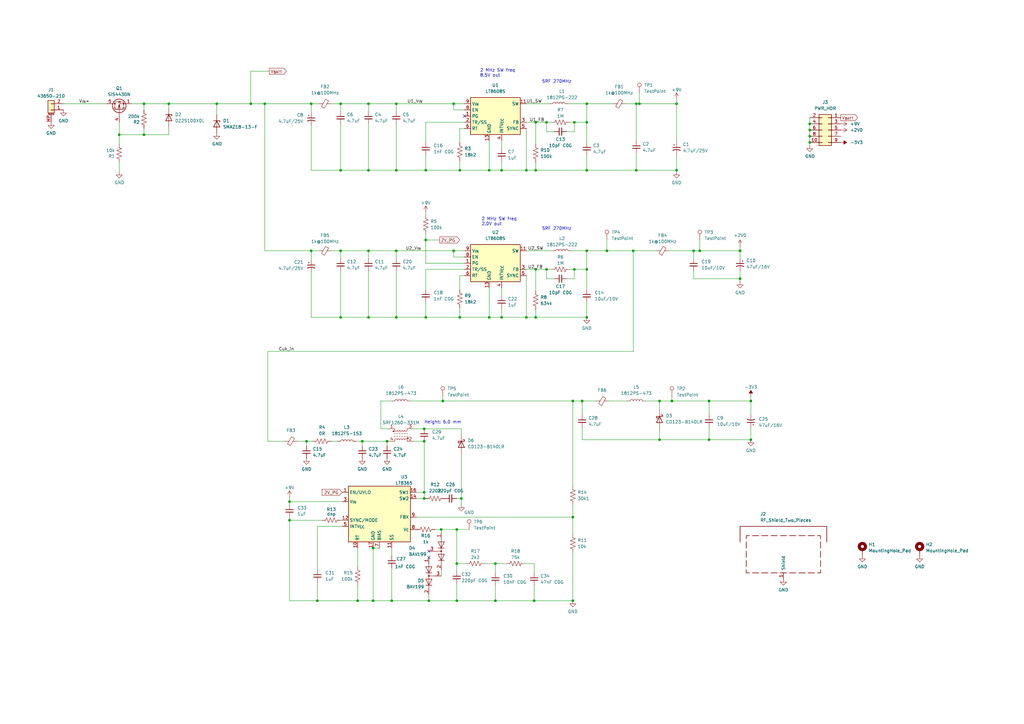
<source format=kicad_sch>
(kicad_sch (version 20230121) (generator eeschema)
  (paper "A3")
  (title_block (comment 1 "All nonpolarized capacitors X7R/X5R unless otherwise specified") (comment 2 "All polarized capacitors are size 1411 Tantalum"))
  (lib_symbols
    (symbol "Connector:TestPoint" (pin_numbers hide) (pin_names (offset 0.762) hide)
      (property "Reference" "TP" (at 0 6.858 0))
      (property "Value" "TestPoint" (at 0 5.08 0))
      (symbol "TestPoint_1_1"
        (pin passive line (at 0 0 90) (length 2.54) (name "1") (number "1"))
      )
    )
    (symbol "Connector_Generic:Conn_02x05_Odd_Even" (pin_names (offset 1.016) hide)
      (property "Reference" "J" (at 1.27 7.62 0))
      (property "Value" "Conn_02x05_Odd_Even" (at 1.27 -7.62 0))
      (symbol "Conn_02x05_Odd_Even_1_1"
        (pin passive line (at -5.08 5.08 0) (length 3.81) (name "Pin_1") (number "1"))
        (pin passive line (at 7.62 -5.08 180) (length 3.81) (name "Pin_10") (number "10"))
        (pin passive line (at 7.62 5.08 180) (length 3.81) (name "Pin_2") (number "2"))
        (pin passive line (at -5.08 2.54 0) (length 3.81) (name "Pin_3") (number "3"))
        (pin passive line (at 7.62 2.54 180) (length 3.81) (name "Pin_4") (number "4"))
        (pin passive line (at -5.08 0 0) (length 3.81) (name "Pin_5") (number "5"))
        (pin passive line (at 7.62 0 180) (length 3.81) (name "Pin_6") (number "6"))
        (pin passive line (at -5.08 -2.54 0) (length 3.81) (name "Pin_7") (number "7"))
        (pin passive line (at 7.62 -2.54 180) (length 3.81) (name "Pin_8") (number "8"))
        (pin passive line (at -5.08 -5.08 0) (length 3.81) (name "Pin_9") (number "9"))
      )
    )
    (symbol "Connector_Generic_MountingPin:Conn_01x02_MountingPin" (pin_names (offset 1.016) hide)
      (property "Reference" "J1" (at 0 5.715 0))
      (property "Value" "43650-210" (at 0 3.175 0))
      (symbol "Conn_01x02_MountingPin_1_1"
        (text "Mounting" (at 0 -4.191 0) (effects (font (size 0.381 0.381))))
        (pin passive line (at -5.08 -2.54 0) (length 3.81) (name "Pin_1") (number "1"))
        (pin passive line (at -5.08 0 0) (length 3.81) (name "Pin_2") (number "2"))
        (pin passive line (at 0 -7.62 90) (length 3.048) (name "MountPin") (number "MP"))
      )
    )
    (symbol "Device:CP1_Small" (pin_numbers hide) (pin_names (offset 0.254) hide)
      (property "Reference" "C" (at 0.254 1.778 0))
      (property "Value" "CP1_Small" (at 0.254 -2.032 0))
      (symbol "CP1_Small_1_1"
        (pin passive line (at 0 2.54 270) (length 2.032) (name "~") (number "1"))
        (pin passive line (at 0 -2.54 90) (length 2.032) (name "~") (number "2"))
      )
    )
    (symbol "Device:C_Small" (pin_numbers hide) (pin_names (offset 0.254) hide)
      (property "Reference" "C" (at 0.254 1.778 0))
      (property "Value" "C_Small" (at 0.254 -2.032 0))
      (symbol "C_Small_1_1"
        (pin passive line (at 0 2.54 270) (length 2.032) (name "~") (number "1"))
        (pin passive line (at 0 -2.54 90) (length 2.032) (name "~") (number "2"))
      )
    )
    (symbol "Device:Ferrite_Bead_Small" (pin_numbers hide) (pin_names (offset 0))
      (property "Reference" "FB" (at 1.905 1.27 0))
      (property "Value" "Ferrite_Bead_Small" (at 1.905 -1.27 0))
      (symbol "Ferrite_Bead_Small_1_1"
        (pin passive line (at 0 2.54 270) (length 1.27) (name "~") (number "1"))
        (pin passive line (at 0 -2.54 90) (length 1.27) (name "~") (number "2"))
      )
    )
    (symbol "Device:L" (pin_numbers hide) (pin_names (offset 1.016) hide)
      (property "Reference" "L" (at -1.27 0 90))
      (property "Value" "L" (at 1.905 0 90))
      (symbol "L_1_1"
        (pin passive line (at 0 3.81 270) (length 1.27) (name "1") (number "1"))
        (pin passive line (at 0 -3.81 90) (length 1.27) (name "2") (number "2"))
      )
    )
    (symbol "Device:L_Core_Ferrite_Coupled_rev" (pin_names (offset 0.254) hide)
      (property "Reference" "L4" (at 0 7.62 0))
      (property "Value" "SRF1260-331M" (at 0 5.08 0))
      (symbol "L_Core_Ferrite_Coupled_rev_1_1"
        (pin passive line (at -5.08 2.54 0) (length 2.54) (name "1") (number "1"))
        (pin passive line (at 5.08 -2.54 180) (length 2.54) (name "2") (number "2"))
        (pin passive line (at 5.08 2.54 180) (length 2.54) (name "3") (number "3"))
        (pin passive line (at -5.08 -2.54 0) (length 2.54) (name "4") (number "4"))
      )
    )
    (symbol "Device:RF_Shield_Two_Pieces" (pin_names (offset 1.016))
      (property "Reference" "J" (at 0 5.08 0))
      (property "Value" "RF_Shield_Two_Pieces" (at 0 2.54 0))
      (symbol "RF_Shield_Two_Pieces_1_1"
        (pin passive line (at 0 -10.16 90) (length 2.54) (name "Shield") (number "1"))
      )
    )
    (symbol "Device:R_US" (pin_numbers hide) (pin_names (offset 0))
      (property "Reference" "R" (at 2.54 0 90))
      (property "Value" "R_US" (at -2.54 0 90))
      (symbol "R_US_1_1"
        (pin passive line (at 0 3.81 270) (length 1.27) (name "~") (number "1"))
        (pin passive line (at 0 -3.81 90) (length 1.27) (name "~") (number "2"))
      )
    )
    (symbol "Diode:BAV99" (pin_names hide)
      (property "Reference" "D" (at 0 5.08 0))
      (property "Value" "BAV99" (at 0 2.54 0))
      (symbol "BAV99_1_1"
        (pin passive line (at -7.62 0 0) (length 2.54) (name "K") (number "1"))
        (pin passive line (at 7.62 0 180) (length 2.54) (name "A") (number "2"))
        (pin passive line (at 0 -5.08 90) (length 2.54) (name "K") (number "3"))
      )
    )
    (symbol "Diode:CD123-B140LR" (pin_numbers hide) (pin_names (offset 1.016) hide)
      (property "Reference" "D" (at 0 2.54 0))
      (property "Value" "CD123-B140LR" (at 0 -2.54 0))
      (symbol "CD123-B140LR_1_1"
        (pin passive line (at -3.81 0 0) (length 2.54) (name "K") (number "1"))
        (pin passive line (at 3.81 0 180) (length 2.54) (name "A") (number "2"))
      )
    )
    (symbol "Diode:DZ2S100X0L" (pin_numbers hide) (pin_names (offset 1.016) hide)
      (property "Reference" "D" (at 0 2.54 0))
      (property "Value" "DZ2S100X0L" (at 0 -2.54 0))
      (symbol "DZ2S100X0L_1_1"
        (pin passive line (at -3.81 0 0) (length 2.54) (name "K") (number "1"))
        (pin passive line (at 3.81 0 180) (length 2.54) (name "A") (number "2"))
      )
    )
    (symbol "Diode:MM3Zxx" (pin_numbers hide) (pin_names (offset 1.016) hide)
      (property "Reference" "D" (at 0 2.54 0))
      (property "Value" "MM3Zxx" (at 0 -2.54 0))
      (symbol "MM3Zxx_1_1"
        (pin passive line (at -3.81 0 0) (length 2.54) (name "K") (number "1"))
        (pin passive line (at 3.81 0 180) (length 2.54) (name "A") (number "2"))
      )
    )
    (symbol "Mechanical:MountingHole_Pad" (pin_numbers hide) (pin_names (offset 1.016) hide)
      (property "Reference" "H" (at 0 6.35 0))
      (property "Value" "MountingHole_Pad" (at 0 4.445 0))
      (symbol "MountingHole_Pad_1_1"
        (pin input line (at 0 -2.54 90) (length 2.54) (name "1") (number "1"))
      )
    )
    (symbol "Regulator_Switching:LT8365"
      (property "Reference" "U3" (at 10.16 3.81 0))
      (property "Value" "LT8365" (at 10.16 1.27 0))
      (symbol "LT8365_1_1"
        (pin input line (at -15.24 -2.54 0) (length 2.54) (name "EN/UVLO") (number "1"))
        (pin passive line (at -8.89 -25.4 90) (length 2.54) (name "RT") (number "10"))
        (pin passive line (at 5.08 -25.4 90) (length 2.54) (name "SS") (number "11"))
        (pin input line (at -15.24 -13.97 0) (length 2.54) (name "SYNC/MODE") (number "12"))
        (pin passive line (at 15.24 -5.08 180) (length 2.54) (name "SW2") (number "14"))
        (pin passive line (at 15.24 -2.54 180) (length 2.54) (name "SW1") (number "16"))
        (pin power_in line (at -2.54 -25.4 90) (length 2.54) (name "GND") (number "17"))
        (pin power_in line (at -15.24 -6.35 0) (length 2.54) (name "V_{IN}") (number "3"))
        (pin passive line (at -15.24 -16.51 0) (length 2.54) (name "INTV_{CC}") (number "5"))
        (pin no_connect line (at -12.7 -22.86 90) (length 2.54) hide (name "NC") (number "6"))
        (pin input line (at 0 -25.4 90) (length 2.54) (name "BIAS") (number "7"))
        (pin passive line (at 15.24 -17.78 180) (length 2.54) (name "V_{C}") (number "8"))
        (pin passive line (at 15.24 -12.7 180) (length 2.54) (name "FBX") (number "9"))
      )
    )
    (symbol "Regulator_Switching:LT8608S"
      (property "Reference" "U" (at -8.89 8.89 0))
      (property "Value" "LT8608S" (at 6.858 8.636 0))
      (symbol "LT8608S_1_1"
        (pin open_collector line (at -12.7 0 0) (length 2.54) (name "PG") (number "1"))
        (pin passive line (at -12.7 5.08 0) (length 2.54) hide (name "V_{IN}") (number "10"))
        (pin passive line (at 12.7 5.08 180) (length 2.54) (name "SW") (number "11"))
        (pin passive line (at 12.7 5.08 180) (length 2.54) hide (name "SW") (number "12"))
        (pin power_out line (at -2.54 -10.16 90) (length 2.54) (name "GND") (number "13"))
        (pin input line (at -12.7 -2.54 0) (length 2.54) (name "TR/SS") (number "2"))
        (pin input line (at 12.7 -2.54 180) (length 2.54) (name "FB") (number "3"))
        (pin passive line (at 2.54 -10.16 90) (length 2.54) (name "INTV_{CC}") (number "4"))
        (pin input line (at 12.7 -5.08 180) (length 2.54) (name "SYNC") (number "5"))
        (pin passive line (at -12.7 -5.08 0) (length 2.54) (name "RT") (number "6"))
        (pin passive line (at -2.54 -10.16 90) (length 2.54) hide (name "GND") (number "7"))
        (pin input line (at -12.7 2.54 0) (length 2.54) (name "EN") (number "8"))
        (pin power_in line (at -12.7 5.08 0) (length 2.54) (name "V_{IN}") (number "9"))
      )
    )
    (symbol "Transistor_FET:SiS443DN" (pin_names hide)
      (property "Reference" "Q" (at 5.08 1.905 0))
      (property "Value" "SiS443DN" (at 5.08 0 0))
      (symbol "SiS443DN_1_1"
        (pin passive line (at 2.54 -5.08 90) (length 2.54) (name "S") (number "1"))
        (pin passive line (at 2.54 -5.08 90) (length 2.54) hide (name "S") (number "2"))
        (pin passive line (at 2.54 -5.08 90) (length 2.54) hide (name "S") (number "3"))
        (pin passive line (at -5.08 0 0) (length 2.54) (name "G") (number "4"))
        (pin passive line (at 2.54 5.08 270) (length 2.54) (name "D") (number "5"))
      )
    )
    (symbol "power:+2V0" (power) (pin_names (offset 0))
      (property "Value" "+2V0" (at 0 3.556 0))
      (symbol "+2V0_1_1"
        (pin power_in line (at 0 0 90) (length 0) hide (name "+2V0") (number "1"))
      )
    )
    (symbol "power:+9V" (power) (pin_names (offset 0))
      (property "Value" "+9V" (at 0 3.556 0))
      (symbol "+9V_1_1"
        (pin power_in line (at 0 0 90) (length 0) hide (name "+9V") (number "1"))
      )
    )
    (symbol "power:-3V3" (power) (pin_names (offset 0))
      (property "Value" "-3V3" (at 0 3.81 0))
      (symbol "-3V3_0_0"
        (pin power_in line (at 0 0 90) (length 0) hide (name "-3V3") (number "1"))
      )
    )
    (symbol "power:GND" (power) (pin_names (offset 0))
      (property "Value" "GND" (at 0 -3.81 0))
      (symbol "GND_1_1"
        (pin power_in line (at 0 0 270) (length 0) hide (name "GND") (number "1"))
      )
    )
  )
  (junction (at 215.9 130.175))
  (junction (at 332.105 50.8))
  (junction (at 240.665 102.87))
  (junction (at 234.95 212.09))
  (junction (at 151.13 130.175))
  (junction (at 139.7 130.175))
  (junction (at 187.325 246.38))
  (junction (at 224.155 50.165))
  (junction (at 173.99 204.47))
  (junction (at 187.325 231.14))
  (junction (at 59.055 42.545))
  (junction (at 332.105 55.88))
  (junction (at 186.055 42.545))
  (junction (at 219.71 130.175))
  (junction (at 332.105 58.42))
  (junction (at 248.92 102.87))
  (junction (at 240.665 69.85))
  (junction (at 203.2 231.14))
  (junction (at 127.635 102.87))
  (junction (at 173.99 201.93))
  (junction (at 162.56 130.175))
  (junction (at 238.76 164.465))
  (junction (at 303.53 102.87))
  (junction (at 219.71 50.165))
  (junction (at 181.61 164.465))
  (junction (at 153.035 224.79))
  (junction (at 59.055 55.245))
  (junction (at 139.7 42.545))
  (junction (at 200.66 130.175))
  (junction (at 290.83 164.465))
  (junction (at 151.13 102.87))
  (junction (at 187.325 217.17))
  (junction (at 287.02 102.87))
  (junction (at 88.9 42.545))
  (junction (at 219.71 69.85))
  (junction (at 125.73 180.975))
  (junction (at 259.715 102.87))
  (junction (at 130.175 246.38))
  (junction (at 240.665 130.175))
  (junction (at 215.9 69.85))
  (junction (at 240.665 110.49))
  (junction (at 234.95 164.465))
  (junction (at 235.585 110.49))
  (junction (at 148.59 180.975))
  (junction (at 290.83 180.34))
  (junction (at 139.7 69.85))
  (junction (at 151.13 42.545))
  (junction (at 188.595 69.85))
  (junction (at 118.745 205.74))
  (junction (at 188.595 130.175))
  (junction (at 102.87 42.545))
  (junction (at 127.635 42.545))
  (junction (at 235.585 50.165))
  (junction (at 146.685 246.38))
  (junction (at 219.71 110.49))
  (junction (at 234.95 246.38))
  (junction (at 303.53 114.3))
  (junction (at 162.56 69.85))
  (junction (at 277.495 69.85))
  (junction (at 175.895 246.38))
  (junction (at 240.665 50.165))
  (junction (at 180.975 217.17))
  (junction (at 162.56 102.87))
  (junction (at 307.975 180.34))
  (junction (at 270.51 164.465))
  (junction (at 307.975 164.465))
  (junction (at 160.655 246.38))
  (junction (at 260.985 42.545))
  (junction (at 151.13 69.85))
  (junction (at 277.495 42.545))
  (junction (at 262.255 42.545))
  (junction (at 205.74 130.175))
  (junction (at 153.035 246.38))
  (junction (at 173.99 180.975))
  (junction (at 173.99 175.895))
  (junction (at 118.745 213.36))
  (junction (at 205.74 69.85))
  (junction (at 174.625 98.425))
  (junction (at 158.75 180.975))
  (junction (at 270.51 180.34))
  (junction (at 162.56 42.545))
  (junction (at 260.985 69.85))
  (junction (at 174.625 130.175))
  (junction (at 186.055 102.87))
  (junction (at 284.48 102.87))
  (junction (at 139.7 102.87))
  (junction (at 240.665 42.545))
  (junction (at 108.585 42.545))
  (junction (at 332.105 53.34))
  (junction (at 189.23 204.47))
  (junction (at 69.215 42.545))
  (junction (at 219.075 246.38))
  (junction (at 200.66 69.85))
  (junction (at 174.625 69.85))
  (junction (at 48.895 55.245))
  (junction (at 224.155 110.49))
  (junction (at 275.59 164.465))
  (junction (at 203.2 246.38))
  (no_connect (at 175.895 226.06))
  (no_connect (at 190.5 47.625))
  (no_connect (at 175.895 228.6))
  (wire (pts (xy 240.665 42.545) (xy 233.045 42.545)))
  (wire (pts (xy 125.73 180.975) (xy 128.27 180.975)))
  (wire (pts (xy 287.02 98.425) (xy 287.02 102.87)))
  (wire (pts (xy 219.075 231.14) (xy 219.075 234.95)))
  (wire (pts (xy 190.5 45.085) (xy 186.055 45.085)))
  (wire (pts (xy 151.13 69.85) (xy 162.56 69.85)))
  (wire (pts (xy 219.71 50.165) (xy 219.71 59.055)))
  (wire (pts (xy 249.555 164.465) (xy 257.175 164.465)))
  (wire (pts (xy 162.56 130.175) (xy 162.56 111.125)))
  (wire (pts (xy 205.74 126.365) (xy 205.74 130.175)))
  (wire (pts (xy 284.48 106.045) (xy 284.48 102.87)))
  (wire (pts (xy 198.755 231.14) (xy 203.2 231.14)))
  (wire (pts (xy 215.9 110.49) (xy 219.71 110.49)))
  (wire (pts (xy 219.71 66.675) (xy 219.71 69.85)))
  (wire (pts (xy 186.055 42.545) (xy 190.5 42.545)))
  (wire (pts (xy 260.985 42.545) (xy 260.985 57.785)))
  (wire (pts (xy 118.745 213.36) (xy 132.08 213.36)))
  (wire (pts (xy 118.745 212.09) (xy 118.745 213.36)))
  (wire (pts (xy 187.325 246.38) (xy 203.2 246.38)))
  (wire (pts (xy 59.055 42.545) (xy 53.975 42.545)))
  (wire (pts (xy 303.53 102.87) (xy 303.53 106.045)))
  (wire (pts (xy 135.89 42.545) (xy 139.7 42.545)))
  (wire (pts (xy 187.325 231.14) (xy 187.325 234.315)))
  (wire (pts (xy 151.13 69.85) (xy 151.13 50.8)))
  (wire (pts (xy 251.46 42.545) (xy 240.665 42.545)))
  (wire (pts (xy 186.055 45.085) (xy 186.055 42.545)))
  (wire (pts (xy 187.325 239.395) (xy 187.325 246.38)))
  (wire (pts (xy 175.895 243.84) (xy 175.895 246.38)))
  (wire (pts (xy 181.61 164.465) (xy 234.95 164.465)))
  (wire (pts (xy 151.13 42.545) (xy 162.56 42.545)))
  (wire (pts (xy 175.895 246.38) (xy 187.325 246.38)))
  (wire (pts (xy 178.435 217.17) (xy 180.975 217.17)))
  (wire (pts (xy 118.745 205.74) (xy 140.335 205.74)))
  (wire (pts (xy 235.585 114.3) (xy 235.585 110.49)))
  (wire (pts (xy 169.545 180.975) (xy 173.99 180.975)))
  (wire (pts (xy 173.99 180.975) (xy 173.99 201.93)))
  (wire (pts (xy 118.745 203.835) (xy 118.745 205.74)))
  (wire (pts (xy 189.23 204.47) (xy 189.23 207.01)))
  (wire (pts (xy 146.685 246.38) (xy 146.685 240.03)))
  (wire (pts (xy 277.495 70.485) (xy 277.495 69.85)))
  (wire (pts (xy 69.215 55.245) (xy 69.215 52.07)))
  (wire (pts (xy 332.105 48.26) (xy 332.105 50.8)))
  (wire (pts (xy 170.815 204.47) (xy 173.99 204.47)))
  (wire (pts (xy 219.71 69.85) (xy 240.665 69.85)))
  (wire (pts (xy 174.625 110.49) (xy 190.5 110.49)))
  (wire (pts (xy 162.56 106.045) (xy 162.56 102.87)))
  (wire (pts (xy 190.5 52.705) (xy 188.595 52.705)))
  (wire (pts (xy 224.155 110.49) (xy 226.06 110.49)))
  (wire (pts (xy 270.51 164.465) (xy 275.59 164.465)))
  (wire (pts (xy 270.51 175.895) (xy 270.51 180.34)))
  (wire (pts (xy 59.055 52.705) (xy 59.055 55.245)))
  (wire (pts (xy 235.585 110.49) (xy 240.665 110.49)))
  (wire (pts (xy 260.985 42.545) (xy 256.54 42.545)))
  (wire (pts (xy 307.975 175.26) (xy 307.975 180.34)))
  (wire (pts (xy 162.56 42.545) (xy 186.055 42.545)))
  (wire (pts (xy 332.105 58.42) (xy 332.105 59.69)))
  (wire (pts (xy 275.59 162.56) (xy 275.59 164.465)))
  (wire (pts (xy 174.625 86.995) (xy 174.625 88.265)))
  (wire (pts (xy 130.175 215.9) (xy 140.335 215.9)))
  (wire (pts (xy 174.625 95.885) (xy 174.625 98.425)))
  (wire (pts (xy 240.665 69.85) (xy 260.985 69.85)))
  (wire (pts (xy 153.035 224.79) (xy 155.575 224.79)))
  (wire (pts (xy 219.71 127) (xy 219.71 130.175)))
  (wire (pts (xy 139.7 130.175) (xy 127.635 130.175)))
  (wire (pts (xy 226.695 102.87) (xy 215.9 102.87)))
  (wire (pts (xy 48.895 55.245) (xy 48.895 50.165)))
  (wire (pts (xy 303.53 100.965) (xy 303.53 102.87)))
  (wire (pts (xy 215.9 113.03) (xy 215.9 130.175)))
  (wire (pts (xy 102.87 42.545) (xy 102.87 29.21)))
  (wire (pts (xy 188.595 52.705) (xy 188.595 58.42)))
  (wire (pts (xy 284.48 111.125) (xy 284.48 114.3)))
  (wire (pts (xy 284.48 102.87) (xy 274.32 102.87)))
  (wire (pts (xy 215.9 42.545) (xy 225.425 42.545)))
  (wire (pts (xy 180.975 217.17) (xy 187.325 217.17)))
  (wire (pts (xy 332.105 53.34) (xy 332.105 55.88)))
  (wire (pts (xy 139.7 45.72) (xy 139.7 42.545)))
  (wire (pts (xy 234.95 164.465) (xy 234.95 199.39)))
  (wire (pts (xy 26.035 42.545) (xy 43.815 42.545)))
  (wire (pts (xy 238.76 180.34) (xy 270.51 180.34)))
  (wire (pts (xy 160.655 233.045) (xy 160.655 246.38)))
  (wire (pts (xy 307.975 164.465) (xy 307.975 170.18)))
  (wire (pts (xy 275.59 164.465) (xy 290.83 164.465)))
  (wire (pts (xy 186.055 102.87) (xy 190.5 102.87)))
  (wire (pts (xy 162.56 69.85) (xy 162.56 50.8)))
  (wire (pts (xy 303.53 114.3) (xy 303.53 115.57)))
  (wire (pts (xy 139.7 69.85) (xy 139.7 50.8)))
  (wire (pts (xy 173.99 175.895) (xy 189.23 175.895)))
  (wire (pts (xy 215.9 50.165) (xy 219.71 50.165)))
  (wire (pts (xy 59.055 55.245) (xy 48.895 55.245)))
  (wire (pts (xy 260.985 62.865) (xy 260.985 69.85)))
  (wire (pts (xy 277.495 42.545) (xy 262.255 42.545)))
  (wire (pts (xy 181.61 162.56) (xy 181.61 164.465)))
  (wire (pts (xy 238.76 164.465) (xy 244.475 164.465)))
  (wire (pts (xy 215.9 52.705) (xy 215.9 69.85)))
  (wire (pts (xy 277.495 42.545) (xy 277.495 58.42)))
  (wire (pts (xy 219.71 110.49) (xy 224.155 110.49)))
  (wire (pts (xy 125.73 182.88) (xy 125.73 180.975)))
  (wire (pts (xy 332.105 50.8) (xy 332.105 53.34)))
  (wire (pts (xy 190.5 105.41) (xy 186.055 105.41)))
  (wire (pts (xy 200.66 69.85) (xy 205.74 69.85)))
  (wire (pts (xy 232.41 53.975) (xy 235.585 53.975)))
  (wire (pts (xy 224.155 53.975) (xy 227.33 53.975)))
  (wire (pts (xy 48.895 59.055) (xy 48.895 55.245)))
  (wire (pts (xy 200.66 130.175) (xy 205.74 130.175)))
  (wire (pts (xy 139.7 213.36) (xy 140.335 213.36)))
  (wire (pts (xy 240.665 58.42) (xy 240.665 50.165)))
  (wire (pts (xy 188.595 113.03) (xy 188.595 118.745)))
  (wire (pts (xy 284.48 114.3) (xy 303.53 114.3)))
  (wire (pts (xy 187.325 204.47) (xy 189.23 204.47)))
  (wire (pts (xy 259.715 144.145) (xy 259.715 102.87)))
  (wire (pts (xy 59.055 42.545) (xy 59.055 45.085)))
  (wire (pts (xy 174.625 107.95) (xy 190.5 107.95)))
  (wire (pts (xy 264.795 164.465) (xy 270.51 164.465)))
  (wire (pts (xy 108.585 42.545) (xy 127.635 42.545)))
  (wire (pts (xy 130.175 246.38) (xy 130.175 238.76)))
  (wire (pts (xy 215.9 69.85) (xy 205.74 69.85)))
  (wire (pts (xy 219.075 240.03) (xy 219.075 246.38)))
  (wire (pts (xy 287.02 102.87) (xy 284.48 102.87)))
  (wire (pts (xy 235.585 53.975) (xy 235.585 50.165)))
  (wire (pts (xy 233.68 110.49) (xy 235.585 110.49)))
  (wire (pts (xy 240.665 63.5) (xy 240.665 69.85)))
  (wire (pts (xy 127.635 46.355) (xy 127.635 42.545)))
  (wire (pts (xy 169.545 175.895) (xy 173.99 175.895)))
  (wire (pts (xy 118.745 213.36) (xy 118.745 246.38)))
  (wire (pts (xy 69.215 44.45) (xy 69.215 42.545)))
  (wire (pts (xy 146.05 180.975) (xy 148.59 180.975)))
  (wire (pts (xy 174.625 130.175) (xy 162.56 130.175)))
  (wire (pts (xy 234.95 226.695) (xy 234.95 246.38)))
  (wire (pts (xy 224.155 110.49) (xy 224.155 114.3)))
  (wire (pts (xy 290.83 175.26) (xy 290.83 180.34)))
  (wire (pts (xy 290.83 180.34) (xy 307.975 180.34)))
  (wire (pts (xy 203.2 246.38) (xy 219.075 246.38)))
  (wire (pts (xy 233.68 50.165) (xy 235.585 50.165)))
  (wire (pts (xy 248.92 98.425) (xy 248.92 102.87)))
  (wire (pts (xy 232.41 114.3) (xy 235.585 114.3)))
  (wire (pts (xy 203.2 231.14) (xy 207.645 231.14)))
  (wire (pts (xy 146.685 232.41) (xy 146.685 224.79)))
  (wire (pts (xy 174.625 98.425) (xy 174.625 107.95)))
  (wire (pts (xy 188.595 66.04) (xy 188.595 69.85)))
  (wire (pts (xy 127.635 111.76) (xy 127.635 130.175)))
  (wire (pts (xy 139.7 42.545) (xy 151.13 42.545)))
  (wire (pts (xy 116.84 180.975) (xy 109.855 180.975)))
  (wire (pts (xy 187.325 217.17) (xy 187.325 231.14)))
  (wire (pts (xy 127.635 102.87) (xy 130.81 102.87)))
  (wire (pts (xy 148.59 182.88) (xy 148.59 180.975)))
  (wire (pts (xy 203.2 240.03) (xy 203.2 246.38)))
  (wire (pts (xy 151.13 130.175) (xy 162.56 130.175)))
  (wire (pts (xy 240.665 102.87) (xy 248.92 102.87)))
  (wire (pts (xy 219.71 130.175) (xy 215.9 130.175)))
  (wire (pts (xy 269.24 102.87) (xy 259.715 102.87)))
  (wire (pts (xy 240.665 123.825) (xy 240.665 130.175)))
  (wire (pts (xy 188.595 130.175) (xy 174.625 130.175)))
  (wire (pts (xy 224.155 50.165) (xy 226.06 50.165)))
  (wire (pts (xy 139.7 69.85) (xy 151.13 69.85)))
  (wire (pts (xy 158.75 182.88) (xy 158.75 180.975)))
  (wire (pts (xy 205.74 66.04) (xy 205.74 69.85)))
  (wire (pts (xy 240.665 102.87) (xy 234.315 102.87)))
  (wire (pts (xy 205.74 118.11) (xy 205.74 121.285)))
  (wire (pts (xy 188.595 130.175) (xy 200.66 130.175)))
  (wire (pts (xy 238.76 175.26) (xy 238.76 180.34)))
  (wire (pts (xy 303.53 111.125) (xy 303.53 114.3)))
  (wire (pts (xy 240.665 118.745) (xy 240.665 110.49)))
  (wire (pts (xy 190.5 113.03) (xy 188.595 113.03)))
  (wire (pts (xy 130.175 233.68) (xy 130.175 215.9)))
  (wire (pts (xy 234.95 164.465) (xy 238.76 164.465)))
  (wire (pts (xy 174.625 69.85) (xy 162.56 69.85)))
  (wire (pts (xy 240.665 110.49) (xy 240.665 102.87)))
  (wire (pts (xy 332.105 55.88) (xy 332.105 58.42)))
  (wire (pts (xy 151.13 106.045) (xy 151.13 102.87)))
  (wire (pts (xy 219.71 110.49) (xy 219.71 119.38)))
  (wire (pts (xy 168.275 164.465) (xy 181.61 164.465)))
  (wire (pts (xy 219.075 246.38) (xy 234.95 246.38)))
  (wire (pts (xy 109.855 144.145) (xy 259.715 144.145)))
  (wire (pts (xy 139.7 69.85) (xy 127.635 69.85)))
  (wire (pts (xy 109.855 180.975) (xy 109.855 144.145)))
  (wire (pts (xy 148.59 180.975) (xy 158.75 180.975)))
  (wire (pts (xy 121.92 180.975) (xy 125.73 180.975)))
  (wire (pts (xy 224.155 50.165) (xy 224.155 53.975)))
  (wire (pts (xy 88.9 42.545) (xy 88.9 46.99)))
  (wire (pts (xy 205.74 57.785) (xy 205.74 60.96)))
  (wire (pts (xy 127.635 102.87) (xy 108.585 102.87)))
  (wire (pts (xy 219.71 50.165) (xy 224.155 50.165)))
  (wire (pts (xy 127.635 69.85) (xy 127.635 51.435)))
  (wire (pts (xy 59.055 55.245) (xy 69.215 55.245)))
  (wire (pts (xy 188.595 126.365) (xy 188.595 130.175)))
  (wire (pts (xy 174.625 204.47) (xy 173.99 204.47)))
  (wire (pts (xy 188.595 69.85) (xy 200.66 69.85)))
  (wire (pts (xy 174.625 58.42) (xy 174.625 50.165)))
  (wire (pts (xy 139.7 106.045) (xy 139.7 102.87)))
  (wire (pts (xy 135.89 180.975) (xy 138.43 180.975)))
  (wire (pts (xy 174.625 50.165) (xy 190.5 50.165)))
  (wire (pts (xy 189.23 186.055) (xy 189.23 204.47)))
  (wire (pts (xy 235.585 50.165) (xy 240.665 50.165)))
  (wire (pts (xy 215.265 231.14) (xy 219.075 231.14)))
  (wire (pts (xy 238.76 170.18) (xy 238.76 164.465)))
  (wire (pts (xy 160.655 246.38) (xy 175.895 246.38)))
  (wire (pts (xy 146.685 246.38) (xy 153.035 246.38)))
  (wire (pts (xy 180.975 233.68) (xy 180.975 236.22)))
  (wire (pts (xy 219.71 69.85) (xy 215.9 69.85)))
  (wire (pts (xy 174.625 69.85) (xy 174.625 63.5)))
  (wire (pts (xy 180.975 217.17) (xy 180.975 218.44)))
  (wire (pts (xy 189.23 178.435) (xy 189.23 175.895)))
  (wire (pts (xy 135.89 102.87) (xy 139.7 102.87)))
  (wire (pts (xy 219.71 130.175) (xy 240.665 130.175)))
  (wire (pts (xy 151.13 130.175) (xy 151.13 111.125)))
  (wire (pts (xy 277.495 63.5) (xy 277.495 69.85)))
  (wire (pts (xy 174.625 98.425) (xy 180.34 98.425)))
  (wire (pts (xy 187.325 231.14) (xy 191.135 231.14)))
  (wire (pts (xy 240.665 50.165) (xy 240.665 42.545)))
  (wire (pts (xy 69.215 42.545) (xy 88.9 42.545)))
  (wire (pts (xy 146.685 246.38) (xy 130.175 246.38)))
  (wire (pts (xy 234.95 212.09) (xy 170.815 212.09)))
  (wire (pts (xy 151.13 102.87) (xy 162.56 102.87)))
  (wire (pts (xy 234.95 212.09) (xy 234.95 219.075)))
  (wire (pts (xy 262.255 38.1) (xy 262.255 42.545)))
  (wire (pts (xy 151.13 45.72) (xy 151.13 42.545)))
  (wire (pts (xy 186.055 105.41) (xy 186.055 102.87)))
  (wire (pts (xy 270.51 180.34) (xy 290.83 180.34)))
  (wire (pts (xy 156.21 164.465) (xy 160.655 164.465)))
  (wire (pts (xy 203.2 231.14) (xy 203.2 234.95)))
  (wire (pts (xy 162.56 102.87) (xy 186.055 102.87)))
  (wire (pts (xy 192.405 217.17) (xy 187.325 217.17)))
  (wire (pts (xy 290.83 164.465) (xy 307.975 164.465)))
  (wire (pts (xy 262.255 42.545) (xy 260.985 42.545)))
  (wire (pts (xy 127.635 102.87) (xy 127.635 106.68)))
  (wire (pts (xy 188.595 69.85) (xy 174.625 69.85)))
  (wire (pts (xy 290.83 164.465) (xy 290.83 170.18)))
  (wire (pts (xy 102.87 29.21) (xy 110.49 29.21)))
  (wire (pts (xy 248.92 102.87) (xy 259.715 102.87)))
  (wire (pts (xy 156.21 175.895) (xy 156.21 164.465)))
  (wire (pts (xy 108.585 42.545) (xy 108.585 102.87)))
  (wire (pts (xy 173.99 201.93) (xy 170.815 201.93)))
  (wire (pts (xy 174.625 118.745) (xy 174.625 110.49)))
  (wire (pts (xy 224.155 114.3) (xy 227.33 114.3)))
  (wire (pts (xy 48.895 70.485) (xy 48.895 66.675)))
  (wire (pts (xy 215.9 130.175) (xy 205.74 130.175)))
  (wire (pts (xy 159.385 175.895) (xy 156.21 175.895)))
  (wire (pts (xy 260.985 69.85) (xy 277.495 69.85)))
  (wire (pts (xy 200.66 130.175) (xy 200.66 118.11)))
  (wire (pts (xy 69.215 42.545) (xy 59.055 42.545)))
  (wire (pts (xy 153.035 224.79) (xy 153.035 246.38)))
  (wire (pts (xy 307.975 162.56) (xy 307.975 164.465)))
  (wire (pts (xy 234.95 207.01) (xy 234.95 212.09)))
  (wire (pts (xy 139.7 102.87) (xy 151.13 102.87)))
  (wire (pts (xy 102.87 42.545) (xy 108.585 42.545)))
  (wire (pts (xy 303.53 102.87) (xy 287.02 102.87)))
  (wire (pts (xy 118.745 207.01) (xy 118.745 205.74)))
  (wire (pts (xy 127.635 42.545) (xy 130.81 42.545)))
  (wire (pts (xy 174.625 130.175) (xy 174.625 123.825)))
  (wire (pts (xy 139.7 130.175) (xy 139.7 111.125)))
  (wire (pts (xy 88.9 42.545) (xy 102.87 42.545)))
  (wire (pts (xy 160.655 224.79) (xy 160.655 227.965)))
  (wire (pts (xy 173.99 204.47) (xy 173.99 201.93)))
  (wire (pts (xy 139.7 130.175) (xy 151.13 130.175)))
  (wire (pts (xy 118.745 246.38) (xy 130.175 246.38)))
  (wire (pts (xy 200.66 69.85) (xy 200.66 57.785)))
  (wire (pts (xy 270.51 164.465) (xy 270.51 168.275)))
  (wire (pts (xy 277.495 40.64) (xy 277.495 42.545)))
  (wire (pts (xy 162.56 45.72) (xy 162.56 42.545)))
  (wire (pts (xy 153.035 246.38) (xy 160.655 246.38)))
  (wire (pts (xy 158.75 180.975) (xy 159.385 180.975)))
  (text "Height: 6.0 mm" (at 173.99 173.99 0) (effects (font (size 1.27 1.27)) (justify left bottom)))
  (text "SRF 270MHz" (at 222.25 34.29 0) (effects (font (size 1.27 1.27)) (justify left bottom)))
  (text "2 MHz SW freq\n8.5V out" (at 196.85 31.75 0) (effects (font (size 1.27 1.27)) (justify left bottom)))
  (text "SRF 270MHz" (at 222.25 94.615 0) (effects (font (size 1.27 1.27)) (justify left bottom)))
  (text "2 MHz SW freq\n2.0V out" (at 197.485 92.71 0) (effects (font (size 1.27 1.27)) (justify left bottom)))
  (label "U1_FB" (at 217.17 50.165 0))
  (label "U2_FB" (at 216.535 110.49 0))
  (label "V_{IN}+" (at 32.385 42.545 0))
  (label "U2_V_{IN}" (at 166.37 102.87 0))
  (label "U2_SW" (at 216.535 102.87 0))
  (label "Cuk_in" (at 114.3 144.145 0))
  (label "U1_V_{IN}" (at 167.005 42.545 0))
  (label "U1_SW" (at 215.9 42.545 0))
  (global_label "V_{BATT}" (shape output) (at 344.805 48.26 0) (property "Intersheetrefs" "${INTERSHEET_REFS}" (effects hide)))
  (global_label "V_{BATT}" (shape output) (at 110.49 29.21 0) (property "Intersheetrefs" "${INTERSHEET_REFS}" (effects hide)))
  (global_label "2V_PG" (shape input) (at 140.335 201.93 180) (property "Intersheetrefs" "${INTERSHEET_REFS}" (effects hide)))
  (global_label "2V_PG" (shape output) (at 180.34 98.425 0) (property "Intersheetrefs" "${INTERSHEET_REFS}" (effects hide)))
  (symbol (lib_id "Device:Ferrite_Bead_Small") (at 271.78 102.87 90) (unit 1)
    (property "Reference" "FB4" (at 271.7419 96.52 90))
    (property "Value" "1k@100MHz" (at 271.7419 99.06 90))
    (property "Footprint" "Inductor_SMD:L_1206_3216Metric" (effects hide))
    (property "Part Number" "HZ1206D102R-10" (effects hide))
  )
  (symbol (lib_id "Device:C_Small") (at 158.75 185.42 0) (unit 1)
    (property "Reference" "C24" (at 161.29 184.1563 0) (effects (justify left)))
    (property "Value" "4.7uF" (at 161.29 186.6963 0) (effects (justify left)))
    (property "Footprint" "Capacitor_SMD:C_0805_2012Metric" (effects hide))
    (property "Part Number" "GRM21BZ7YA475KE15K" (effects hide))
  )
  (symbol (lib_id "Device:C_Small") (at 139.7 48.26 0) (unit 1)
    (property "Reference" "C6" (at 142.24 46.9963 0) (effects (justify left)))
    (property "Value" "4.7uF" (at 142.24 49.5363 0) (effects (justify left)))
    (property "Footprint" "Capacitor_SMD:C_0805_2012Metric" (effects hide))
    (property "Part Number" "GRM21BZ7YA475KE15K" (effects hide))
  )
  (symbol (lib_id "power:GND") (at 377.19 227.965 0) (unit 1)
    (property "Reference" "#PWR025" (effects hide))
    (property "Value" "GND" (at 377.19 232.4084 0))
  )
  (symbol (lib_id "Device:CP1_Small") (at 127.635 109.22 0) (unit 1)
    (property "Reference" "C21" (at 124.46 107.5182 0) (effects (justify right)))
    (property "Value" "4.7uF/25V" (at 124.46 110.0582 0) (effects (justify right)))
    (property "Footprint" "Capacitor_Tantalum_SMD:CP_EIA-3528-12_Kemet-T" (effects hide))
    (property "Part Number" "x" (effects hide))
  )
  (symbol (lib_id "Device:C_Small") (at 205.74 63.5 0) (unit 1)
    (property "Reference" "C7" (at 208.28 62.2363 0) (effects (justify left)))
    (property "Value" "1uF" (at 208.28 64.7763 0) (effects (justify left)))
    (property "Footprint" "Capacitor_SMD:C_0402_1005Metric" (effects hide))
    (property "Part Number" "GRM155R61H105KE05D" (effects hide))
  )
  (symbol (lib_id "Device:C_Small") (at 173.99 178.435 0) (unit 1)
    (property "Reference" "C29" (at 177.165 177.1713 0) (effects (justify left)))
    (property "Value" "4.7uF" (at 177.165 179.7113 0) (effects (justify left)))
    (property "Footprint" "Capacitor_SMD:C_0805_2012Metric" (effects hide))
    (property "Part Number" "GRM21BZ7YA475KE15K" (effects hide))
  )
  (symbol (lib_id "Device:C_Small") (at 162.56 108.585 0) (unit 1)
    (property "Reference" "C20" (at 165.1 107.3213 0) (effects (justify left)))
    (property "Value" "4.7uF" (at 165.1 109.8613 0) (effects (justify left)))
    (property "Footprint" "Capacitor_SMD:C_0805_2012Metric" (effects hide))
    (property "Part Number" "GRM21BZ7YA475KE15K" (effects hide))
  )
  (symbol (lib_id "Device:C_Small") (at 125.73 185.42 0) (unit 1)
    (property "Reference" "C15" (at 128.27 184.1563 0) (effects (justify left)))
    (property "Value" "4.7uF" (at 128.27 186.6963 0) (effects (justify left)))
    (property "Footprint" "Capacitor_SMD:C_0805_2012Metric" (effects hide))
    (property "Part Number" "GRM21BZ7YA475KE15K" (effects hide))
  )
  (symbol (lib_id "Device:Ferrite_Bead_Small") (at 133.35 42.545 90) (unit 1)
    (property "Reference" "FB2" (at 133.3119 35.56 90))
    (property "Value" "1k@100MHz" (at 133.3119 38.1 90))
    (property "Footprint" "Inductor_SMD:L_1206_3216Metric" (effects hide))
    (property "Part Number" "HZ1206D102R-10" (effects hide))
  )
  (symbol (lib_id "power:GND") (at 158.75 187.96 0) (unit 1)
    (property "Reference" "#PWR08" (effects hide))
    (property "Value" "GND" (at 158.75 192.405 0))
  )
  (symbol (lib_id "power:GND") (at 332.105 59.69 0) (unit 1)
    (property "Reference" "#PWR015" (effects hide))
    (property "Value" "GND" (at 332.232 64.0842 0))
  )
  (symbol (lib_id "Device:C_Small") (at 160.655 230.505 0) (unit 1)
    (property "Reference" "C27" (at 162.56 229.235 0) (effects (justify left)))
    (property "Value" "1nF C0G" (at 161.925 232.41 0) (effects (justify left)))
    (property "Footprint" "Capacitor_SMD:C_0402_1005Metric" (effects hide))
    (property "Part Number" "GRM1555C1H102JA01J" (effects hide))
  )
  (symbol (lib_id "Device:R_US") (at 188.595 122.555 180) (unit 1)
    (property "Reference" "R9" (at 190.5 121.285 0) (effects (justify right)))
    (property "Value" "18k2" (at 190.5 123.825 0) (effects (justify right)))
    (property "Footprint" "Resistor_SMD:R_0402_1005Metric" (effects hide))
    (property "Part Number" "RC0402FR-1318K2L" (effects hide))
  )
  (symbol (lib_id "Mechanical:MountingHole_Pad") (at 377.19 225.425 0) (unit 1)
    (property "Reference" "H2" (at 379.73 223.3203 0) (effects (justify left)))
    (property "Value" "MountingHole_Pad" (at 379.73 225.8572 0) (effects (justify left)))
    (property "Footprint" "MountingHole:MountingHole_2.2mm_M2_Pad_Via" (effects hide))
  )
  (symbol (lib_id "power:GND") (at 277.495 70.485 0) (unit 1)
    (property "Reference" "#PWR06" (effects hide))
    (property "Value" "GND" (at 277.495 74.93 0))
  )
  (symbol (lib_id "power:GND") (at 125.73 187.96 0) (unit 1)
    (property "Reference" "#PWR012" (effects hide))
    (property "Value" "GND" (at 125.73 192.405 0))
  )
  (symbol (lib_id "power:+2V0") (at 303.53 100.965 0) (unit 1)
    (property "Reference" "#PWR01" (effects hide))
    (property "Value" "+2V0" (at 303.53 96.52 0))
  )
  (symbol (lib_id "Device:Ferrite_Bead_Small") (at 119.38 180.975 90) (unit 1)
    (property "Reference" "FB3" (at 119.3419 176.53 90))
    (property "Value" "1k@100MHz" (effects hide))
    (property "Footprint" "Inductor_SMD:L_1206_3216Metric" (effects hide))
    (property "Part Number" "HZ1206D102R-10" (effects hide))
  )
  (symbol (lib_id "Connector:TestPoint") (at 248.92 98.425 0) (unit 1)
    (property "Reference" "TP4" (at 250.825 95.25 0) (effects (justify left)))
    (property "Value" "TestPoint" (at 250.825 97.79 0) (effects (justify left)))
    (property "Footprint" "TestPoint:TestPoint_Pad_D1.0mm" (effects hide))
  )
  (symbol (lib_id "Diode:CD123-B140LR") (at 189.23 182.245 270) (unit 1)
    (property "Reference" "D6" (at 191.77 180.6575 90) (effects (justify left)))
    (property "Value" "CD123-B140LR" (at 191.77 183.1975 90) (effects (justify left)))
    (property "Footprint" "Diode_SMD:D_PowerDI-123" (effects hide))
    (property "Datasheet" "https://www.mouser.com/datasheet/2/54/bourns_CD123D-B1xR-1159223.pdf" (effects hide))
    (property "Part Number" "CD123-B140LR" (effects hide))
  )
  (symbol (lib_id "Device:L") (at 142.24 180.975 90) (unit 1)
    (property "Reference" "L3" (at 142.24 175.26 90))
    (property "Value" "1812FS-153" (at 142.24 177.8 90))
    (property "Footprint" "Inductor_SMD:L_1812_4532Metric" (effects hide))
  )
  (symbol (lib_id "power:GND") (at 307.975 180.34 0) (unit 1)
    (property "Reference" "#PWR07" (effects hide))
    (property "Value" "GND" (at 307.975 184.785 0))
  )
  (symbol (lib_id "Device:L") (at 260.985 164.465 90) (unit 1)
    (property "Reference" "L5" (at 260.985 158.75 90))
    (property "Value" "1812PS-473" (at 260.985 161.29 90))
    (property "Footprint" "Inductor_SMD:L_1812_4532Metric" (effects hide))
  )
  (symbol (lib_id "Connector:TestPoint") (at 181.61 162.56 0) (unit 1)
    (property "Reference" "TP5" (at 183.515 159.385 0) (effects (justify left)))
    (property "Value" "TestPoint" (at 183.515 161.925 0) (effects (justify left)))
    (property "Footprint" "TestPoint:TestPoint_Pad_D1.0mm" (effects hide))
  )
  (symbol (lib_id "Device:R_US") (at 194.945 231.14 270) (unit 1)
    (property "Reference" "R17" (at 194.945 226.06 90))
    (property "Value" "2k2" (at 194.945 228.6 90))
    (property "Footprint" "Resistor_SMD:R_0402_1005Metric" (effects hide))
    (property "Part Number" "RC0402JR-072K2L" (effects hide))
  )
  (symbol (lib_id "Regulator_Switching:LT8365") (at 155.575 199.39 0) (unit 1)
    (property "Reference" "U3" (at 165.735 195.58 0))
    (property "Value" "LT8365" (at 165.735 198.12 0))
    (property "Footprint" "Package_SO:MSOP-12-16-1EP_3x4mm_P0.5mm_EP1.65x2.85mm" (effects hide))
  )
  (symbol (lib_id "Regulator_Switching:LT8608S") (at 203.2 107.95 0) (unit 1)
    (property "Reference" "U2" (at 203.2 95.25 0))
    (property "Value" "LT8608S" (at 203.2 97.79 0))
    (property "Footprint" "Package_DFN_QFN:Linear_LQFN12_2x3mm_0.5x1.45mmEP" (effects hide))
    (property "Datasheet" "https://www.analog.com/media/en/technical-documentation/data-sheets/lt8608s.pdf" (effects hide))
  )
  (symbol (lib_id "Diode:BAV99") (at 180.975 226.06 270) (unit 1)
    (property "Reference" "D4" (at 167.64 224.79 90) (effects (justify left)))
    (property "Value" "BAV199" (at 167.64 227.33 90) (effects (justify left)))
    (property "Footprint" "Package_TO_SOT_SMD:SOT-23" (effects hide))
    (property "Datasheet" "https://assets.nexperia.com/documents/data-sheet/BAV99_SER.pdf" (effects hide))
    (property "Part Number" "x" (effects hide))
  )
  (symbol (lib_id "power:-3V3") (at 307.975 162.56 0) (unit 1)
    (property "Reference" "#PWR010" (effects hide))
    (property "Value" "-3V3" (at 307.975 158.75 0))
  )
  (symbol (lib_id "power:GND") (at 20.955 50.165 0) (unit 1)
    (property "Reference" "#PWR016" (effects hide))
    (property "Value" "GND" (at 20.955 54.61 0))
  )
  (symbol (lib_id "Diode:CD123-B140LR") (at 270.51 172.085 270) (unit 1)
    (property "Reference" "D3" (at 273.05 170.4975 90) (effects (justify left)))
    (property "Value" "CD123-B140LR" (at 273.05 173.0375 90) (effects (justify left)))
    (property "Footprint" "Diode_SMD:D_PowerDI-123" (effects hide))
    (property "Datasheet" "https://www.mouser.com/datasheet/2/54/bourns_CD123D-B1xR-1159223.pdf" (effects hide))
    (property "Part Number" "CD123-B140LR" (effects hide))
  )
  (symbol (lib_id "Device:R_US") (at 146.685 236.22 180) (unit 1)
    (property "Reference" "R15" (at 144.78 234.95 0) (effects (justify left)))
    (property "Value" "100k" (at 144.78 237.49 0) (effects (justify left)))
    (property "Footprint" "Resistor_SMD:R_0402_1005Metric" (effects hide))
    (property "Part Number" "RT0402FRE07100KL" (effects hide))
  )
  (symbol (lib_id "Device:R_US") (at 219.71 123.19 180) (unit 1)
    (property "Reference" "R8" (at 221.615 121.92 0) (effects (justify right)))
    (property "Value" "634k" (at 221.615 124.46 0) (effects (justify right)))
    (property "Footprint" "Resistor_SMD:R_0402_1005Metric" (effects hide))
    (property "Part Number" "RC0402FR-07634KL" (effects hide))
  )
  (symbol (lib_id "Device:R_US") (at 219.71 62.865 180) (unit 1)
    (property "Reference" "R10" (at 221.615 61.595 0) (effects (justify right)))
    (property "Value" "100k" (at 221.615 64.135 0) (effects (justify right)))
    (property "Footprint" "Resistor_SMD:R_0402_1005Metric" (effects hide))
    (property "Part Number" "RT0402FRE07100KL" (effects hide))
  )
  (symbol (lib_id "Diode:MM3Zxx") (at 88.9 50.8 270) (unit 1)
    (property "Reference" "D1" (at 91.44 49.53 90) (effects (justify left)))
    (property "Value" "SMAZ18-13-F" (at 91.44 52.07 90) (effects (justify left)))
    (property "Footprint" "Diode_SMD:D_SOD-123F" (effects hide))
    (property "Datasheet" "https://diotec.com/tl_files/diotec/files/pdf/datasheets/mm3z2v4.pdf" (effects hide))
    (property "Part Number" "HPZR-C18-QX" (effects hide))
  )
  (symbol (lib_id "Device:R_US") (at 135.89 213.36 270) (unit 1)
    (property "Reference" "R13" (at 135.89 208.915 90))
    (property "Value" "dnp" (at 135.89 210.82 90))
    (property "Footprint" "Resistor_SMD:R_0402_1005Metric" (effects hide))
    (property "Part Number" "x" (effects hide))
  )
  (symbol (lib_id "Device:CP1_Small") (at 307.975 172.72 180) (unit 1)
    (property "Reference" "C25" (at 311.15 171.8818 0) (effects (justify right)))
    (property "Value" "47uF/16V" (at 311.15 174.4218 0) (effects (justify right)))
    (property "Footprint" "Capacitor_Tantalum_SMD:CP_EIA-3528-12_AVX_B_Conformal" (effects hide))
    (property "Part Number" "F951C476MBAAQ2" (effects hide))
  )
  (symbol (lib_id "Device:L_Core_Ferrite_Coupled_rev") (at 164.465 178.435 0) (unit 1)
    (property "Reference" "L4" (at 164.465 170.815 0))
    (property "Value" "SRF1260-331M" (at 164.465 173.355 0))
    (property "Footprint" "Inductor_SMD:L_Bourns_SRF1260" (effects hide))
  )
  (symbol (lib_id "Device:C_Small") (at 151.13 108.585 0) (unit 1)
    (property "Reference" "C11" (at 153.67 107.3213 0) (effects (justify left)))
    (property "Value" "4.7uF" (at 153.67 109.8613 0) (effects (justify left)))
    (property "Footprint" "Capacitor_SMD:C_0805_2012Metric" (effects hide))
    (property "Part Number" "GRM21BZ7YA475KE15K" (effects hide))
  )
  (symbol (lib_id "Device:R_US") (at 174.625 217.17 90) (unit 1)
    (property "Reference" "R16" (at 174.625 219.71 90))
    (property "Value" "1k" (at 174.625 222.25 90))
    (property "Footprint" "Resistor_SMD:R_0402_1005Metric" (effects hide))
    (property "Part Number" "RR0510P-102-D" (effects hide))
  )
  (symbol (lib_id "Connector:TestPoint") (at 192.405 217.17 0) (unit 1)
    (property "Reference" "TP6" (at 194.31 213.995 0) (effects (justify left)))
    (property "Value" "TestPoint" (at 194.31 216.535 0) (effects (justify left)))
    (property "Footprint" "TestPoint:TestPoint_Pad_D1.0mm" (effects hide))
  )
  (symbol (lib_id "Device:R_US") (at 211.455 231.14 270) (unit 1)
    (property "Reference" "R18" (at 211.455 226.06 90))
    (property "Value" "75k" (at 211.455 228.6 90))
    (property "Footprint" "Resistor_SMD:R_0402_1005Metric" (effects hide))
    (property "Part Number" "RC0402JR-0775KL" (effects hide))
  )
  (symbol (lib_id "Device:R_US") (at 132.08 180.975 270) (unit 1)
    (property "Reference" "R4" (at 132.08 175.26 90))
    (property "Value" "0R" (at 132.08 177.8 90))
    (property "Footprint" "Resistor_SMD:R_1206_3216Metric_red" (effects hide))
    (property "Part Number" "x" (effects hide))
  )
  (symbol (lib_id "Device:R_US") (at 229.87 110.49 90) (unit 1)
    (property "Reference" "R6" (at 229.87 105.41 90))
    (property "Value" "1M" (at 229.87 107.95 90))
    (property "Footprint" "Resistor_SMD:R_0402_1005Metric" (effects hide))
    (property "Part Number" "RC0402FR-7W1ML" (effects hide))
  )
  (symbol (lib_id "power:+9V") (at 344.805 50.8 270) (unit 1)
    (property "Reference" "#PWR017" (effects hide))
    (property "Value" "+9V" (at 348.615 50.8 90) (effects (justify left)))
  )
  (symbol (lib_id "Device:C_Small") (at 203.2 237.49 0) (unit 1)
    (property "Reference" "C30" (at 206.375 236.2263 0) (effects (justify left)))
    (property "Value" "10nF C0G" (at 206.375 238.7663 0) (effects (justify left)))
    (property "Footprint" "Capacitor_SMD:C_0402_1005Metric" (effects hide))
    (property "Part Number" "x" (effects hide))
  )
  (symbol (lib_id "Connector_Generic:Conn_02x05_Odd_Even") (at 339.725 53.34 0) (mirror y) (unit 1)
    (property "Reference" "J3" (at 338.455 41.91 0))
    (property "Value" "PWR_HDR" (at 338.455 44.45 0))
    (property "Footprint" "Connector_PinHeader_2.54mm:PinHeader_2x05_P2.54mm_Vertical" (effects hide))
  )
  (symbol (lib_id "power:GND") (at 148.59 187.96 0) (unit 1)
    (property "Reference" "#PWR03" (effects hide))
    (property "Value" "GND" (at 148.59 192.405 0))
  )
  (symbol (lib_id "Device:R_US") (at 59.055 48.895 180) (unit 1)
    (property "Reference" "R2" (at 57.3278 50.0634 0) (effects (justify left)))
    (property "Value" "200k" (at 57.3278 47.752 0) (effects (justify left)))
    (property "Footprint" "Resistor_SMD:R_0402_1005Metric" (effects hide))
    (property "In stock" "X" (effects hide))
    (property "Part Number" "MCS04020C2003FE000" (effects hide))
  )
  (symbol (lib_id "Device:C_Small") (at 139.7 108.585 0) (unit 1)
    (property "Reference" "C12" (at 142.24 107.3213 0) (effects (justify left)))
    (property "Value" "4.7uF" (at 142.24 109.8613 0) (effects (justify left)))
    (property "Footprint" "Capacitor_SMD:C_0805_2012Metric" (effects hide))
    (property "Part Number" "GRM21BZ7YA475KE15K" (effects hide))
  )
  (symbol (lib_id "Device:C_Small") (at 174.625 121.285 0) (unit 1)
    (property "Reference" "C18" (at 177.8 120.0213 0) (effects (justify left)))
    (property "Value" "1nF C0G" (at 177.8 122.5613 0) (effects (justify left)))
    (property "Footprint" "Capacitor_SMD:C_0402_1005Metric" (effects hide))
    (property "Part Number" "GRM1555C1H102JA01J" (effects hide))
  )
  (symbol (lib_id "Device:CP1_Small") (at 127.635 48.895 0) (unit 1)
    (property "Reference" "C8" (at 124.46 47.1932 0) (effects (justify right)))
    (property "Value" "4.7uF/25V" (at 124.46 49.7332 0) (effects (justify right)))
    (property "Footprint" "Capacitor_Tantalum_SMD:CP_EIA-3528-12_Kemet-T" (effects hide))
    (property "Part Number" "x" (effects hide))
  )
  (symbol (lib_id "power:-3V3") (at 344.805 58.42 270) (unit 1)
    (property "Reference" "#PWR020" (effects hide))
    (property "Value" "-3V3" (at 348.615 58.42 90) (effects (justify left)))
  )
  (symbol (lib_id "power:+9V") (at 174.625 86.995 0) (unit 1)
    (property "Reference" "#PWR011" (effects hide))
    (property "Value" "+9V" (at 174.625 83.185 0))
  )
  (symbol (lib_id "power:+9V") (at 118.745 203.835 0) (unit 1)
    (property "Reference" "#PWR013" (effects hide))
    (property "Value" "+9V" (at 118.745 200.025 0))
  )
  (symbol (lib_id "power:+9V") (at 277.495 40.64 0) (unit 1)
    (property "Reference" "#PWR05" (effects hide))
    (property "Value" "+9V" (at 277.495 36.83 0))
  )
  (symbol (lib_id "Device:C_Small") (at 238.76 172.72 0) (unit 1)
    (property "Reference" "C28" (at 241.3 171.4563 0) (effects (justify left)))
    (property "Value" "4.7uF" (at 241.3 173.9963 0) (effects (justify left)))
    (property "Footprint" "Capacitor_SMD:C_0805_2012Metric" (effects hide))
    (property "Part Number" "GRM21BZ7YA475KE15K" (effects hide))
  )
  (symbol (lib_id "Device:L") (at 164.465 164.465 90) (unit 1)
    (property "Reference" "L6" (at 164.465 158.75 90))
    (property "Value" "1812PS-473" (at 164.465 161.29 90))
    (property "Footprint" "Inductor_SMD:L_1812_4532Metric" (effects hide))
  )
  (symbol (lib_id "power:GND") (at 353.695 227.965 0) (unit 1)
    (property "Reference" "#PWR024" (effects hide))
    (property "Value" "GND" (at 353.695 232.4084 0))
  )
  (symbol (lib_id "power:GND") (at 189.23 207.01 0) (unit 1)
    (property "Reference" "#PWR04" (effects hide))
    (property "Value" "GND" (at 192.405 210.185 0))
  )
  (symbol (lib_id "Device:C_Small") (at 219.075 237.49 0) (unit 1)
    (property "Reference" "C34" (at 221.615 236.2263 0) (effects (justify left)))
    (property "Value" "47nF C0G" (at 221.615 238.7663 0) (effects (justify left)))
    (property "Footprint" "Capacitor_SMD:C_0805_2012Metric" (effects hide))
    (property "Part Number" "x" (effects hide))
  )
  (symbol (lib_id "Diode:BAV99") (at 175.895 236.22 90) (mirror x) (unit 1)
    (property "Reference" "D5" (at 173.99 238.125 90) (effects (justify left)))
    (property "Value" "BAV199" (at 173.99 240.665 90) (effects (justify left)))
    (property "Footprint" "Package_TO_SOT_SMD:SOT-23" (effects hide))
    (property "Datasheet" "https://assets.nexperia.com/documents/data-sheet/BAV99_SER.pdf" (effects hide))
    (property "Part Number" "x" (effects hide))
  )
  (symbol (lib_id "Device:C_Small") (at 118.745 209.55 0) (unit 1)
    (property "Reference" "C33" (at 121.92 208.2863 0) (effects (justify left)))
    (property "Value" "1uF" (at 121.92 210.8263 0) (effects (justify left)))
    (property "Footprint" "Capacitor_SMD:C_0402_1005Metric" (effects hide))
    (property "Part Number" "GRM155R61H105KE05D" (effects hide))
  )
  (symbol (lib_id "power:GND") (at 234.95 246.38 0) (unit 1)
    (property "Reference" "#PWR026" (effects hide))
    (property "Value" "GND" (at 234.95 250.825 0))
  )
  (symbol (lib_id "Device:C_Small") (at 240.665 60.96 0) (unit 1)
    (property "Reference" "C3" (at 243.205 59.6963 0) (effects (justify left)))
    (property "Value" "4.7uF" (at 243.205 62.2363 0) (effects (justify left)))
    (property "Footprint" "Capacitor_SMD:C_0805_2012Metric" (effects hide))
    (property "Part Number" "GRM21BZ7YA475KE15K" (effects hide))
  )
  (symbol (lib_id "Device:R_US") (at 234.95 222.885 180) (unit 1)
    (property "Reference" "R11" (at 236.855 221.615 0) (effects (justify right)))
    (property "Value" "10k" (at 236.855 224.155 0) (effects (justify right)))
    (property "Footprint" "Resistor_SMD:R_0402_1005Metric" (effects hide))
    (property "Part Number" "RT0402FRE0710KL" (effects hide))
  )
  (symbol (lib_id "Device:Ferrite_Bead_Small") (at 133.35 102.87 90) (unit 1)
    (property "Reference" "FB5" (at 133.3119 96.52 90))
    (property "Value" "1k@100MHz" (at 133.3119 99.06 90))
    (property "Footprint" "Inductor_SMD:L_1206_3216Metric" (effects hide))
    (property "Part Number" "HZ1206D102R-10" (effects hide))
  )
  (symbol (lib_id "Device:C_Small") (at 290.83 172.72 0) (unit 1)
    (property "Reference" "C9" (at 294.005 171.4563 0) (effects (justify left)))
    (property "Value" "10uF/10V" (at 294.005 173.9963 0) (effects (justify left)))
    (property "Footprint" "Capacitor_SMD:C_0805_2012Metric" (effects hide))
    (property "Part Number" "x" (effects hide))
  )
  (symbol (lib_id "Device:C_Small") (at 260.985 60.325 0) (unit 1)
    (property "Reference" "C2" (at 263.525 59.0613 0) (effects (justify left)))
    (property "Value" "4.7uF" (at 263.525 61.6013 0) (effects (justify left)))
    (property "Footprint" "Capacitor_SMD:C_0805_2012Metric" (effects hide))
    (property "Part Number" "GRM21BZ7YA475KE15K" (effects hide))
  )
  (symbol (lib_id "Device:C_Small") (at 284.48 108.585 0) (unit 1)
    (property "Reference" "C19" (at 287.655 107.3213 0) (effects (justify left)))
    (property "Value" "10uF/10V" (at 287.655 109.8613 0) (effects (justify left)))
    (property "Footprint" "Capacitor_SMD:C_0805_2012Metric" (effects hide))
    (property "Part Number" "x" (effects hide))
  )
  (symbol (lib_id "Device:L") (at 229.235 42.545 90) (unit 1)
    (property "Reference" "L1" (at 230.505 37.465 90))
    (property "Value" "1812PS-222" (at 230.505 40.005 90))
    (property "Footprint" "Inductor_SMD:L_1812_4532Metric" (effects hide))
  )
  (symbol (lib_id "power:GND") (at 48.895 70.485 0) (unit 1)
    (property "Reference" "#PWR022" (effects hide))
    (property "Value" "GND" (at 49.022 74.8792 0))
  )
  (symbol (lib_id "Device:R_US") (at 174.625 92.075 180) (unit 1)
    (property "Reference" "R5" (at 176.53 90.805 0) (effects (justify right)))
    (property "Value" "100k" (at 176.53 93.345 0) (effects (justify right)))
    (property "Footprint" "Resistor_SMD:R_0402_1005Metric" (effects hide))
    (property "Part Number" "RT0402FRE07100KL" (effects hide))
  )
  (symbol (lib_id "Connector_Generic_MountingPin:Conn_01x02_MountingPin") (at 20.955 42.545 0) (mirror y) (unit 1)
    (property "Reference" "J1" (at 20.955 36.83 0))
    (property "Value" "43650-210" (at 20.955 39.37 0))
    (property "Footprint" "Connector_Molex:Molex_Micro-Fit_3.0_43650-0210_1x02-1MP_P3.00mm_Horizontal" (effects hide))
  )
  (symbol (lib_id "Device:R_US") (at 178.435 204.47 270) (unit 1)
    (property "Reference" "R12" (at 178.435 198.755 90))
    (property "Value" "220R" (at 178.435 201.295 90))
    (property "Footprint" "Resistor_SMD:R_0402_1005Metric" (effects hide))
    (property "Part Number" "RC0402JR-7D220RL" (effects hide))
  )
  (symbol (lib_id "power:GND") (at 321.31 237.49 0) (unit 1)
    (property "Reference" "#PWR023" (effects hide))
    (property "Value" "GND" (at 321.31 241.9334 0))
  )
  (symbol (lib_id "Diode:DZ2S100X0L") (at 69.215 48.26 270) (unit 1)
    (property "Reference" "D2" (at 71.755 46.99 90) (effects (justify left)))
    (property "Value" "DZ2S100X0L" (at 71.755 49.53 90) (effects (justify left)))
    (property "Footprint" "Diode_SMD:D_SOD-523" (effects hide))
    (property "Datasheet" "https://industrial.panasonic.com/content/data/SC/ds/ds4/DZ2S10000L_E.pdf" (effects hide))
    (property "Part Number" "x" (effects hide))
  )
  (symbol (lib_id "Transistor_FET:SiS443DN") (at 48.895 45.085 90) (unit 1)
    (property "Reference" "Q1" (at 48.895 36.195 90))
    (property "Value" "SiS443DN" (at 48.895 38.735 90))
    (property "Footprint" "Package_SO:Vishay_PowerPAK_1212-8_Single" (effects hide))
    (property "Datasheet" "https://www.vishay.com/docs/63253/sis443dn.pdf" (effects hide))
  )
  (symbol (lib_id "Device:R_US") (at 234.95 203.2 180) (unit 1)
    (property "Reference" "R14" (at 236.855 201.93 0) (effects (justify right)))
    (property "Value" "30k1" (at 236.855 204.47 0) (effects (justify right)))
    (property "Footprint" "Resistor_SMD:R_0402_1005Metric" (effects hide))
    (property "Part Number" "RR0510P-3012-D" (effects hide))
  )
  (symbol (lib_id "Device:C_Small") (at 130.175 236.22 0) (unit 1)
    (property "Reference" "C31" (at 133.35 234.9563 0) (effects (justify left)))
    (property "Value" "1uF" (at 133.35 237.4963 0) (effects (justify left)))
    (property "Footprint" "Capacitor_SMD:C_0402_1005Metric" (effects hide))
    (property "Part Number" "GRM155R61H105KE05D" (effects hide))
  )
  (symbol (lib_id "Device:C_Small") (at 229.87 114.3 90) (unit 1)
    (property "Reference" "C17" (at 229.87 117.475 90))
    (property "Value" "10pF C0G" (at 229.87 120.015 90))
    (property "Footprint" "Capacitor_SMD:C_0402_1005Metric" (effects hide))
    (property "Part Number" "GRM1555C1H100JA01D" (effects hide))
  )
  (symbol (lib_id "Device:C_Small") (at 205.74 123.825 0) (unit 1)
    (property "Reference" "C22" (at 208.28 122.5613 0) (effects (justify left)))
    (property "Value" "1uF" (at 208.28 125.1013 0) (effects (justify left)))
    (property "Footprint" "Capacitor_SMD:C_0402_1005Metric" (effects hide))
    (property "Part Number" "GRM155R61H105KE05D" (effects hide))
  )
  (symbol (lib_id "Device:Ferrite_Bead_Small") (at 254 42.545 90) (unit 1)
    (property "Reference" "FB1" (at 253.9619 35.56 90))
    (property "Value" "1k@100MHz" (at 253.9619 38.1 90))
    (property "Footprint" "Inductor_SMD:L_1206_3216Metric" (effects hide))
    (property "Part Number" "HZ1206D102R-10" (effects hide))
  )
  (symbol (lib_id "power:GND") (at 26.035 45.085 0) (unit 1)
    (property "Reference" "#PWR014" (effects hide))
    (property "Value" "GND" (at 26.035 49.53 0))
  )
  (symbol (lib_id "Device:L") (at 230.505 102.87 90) (unit 1)
    (property "Reference" "L2" (at 230.505 97.79 90))
    (property "Value" "1812PS-222" (at 230.505 100.33 90))
    (property "Footprint" "Inductor_SMD:L_1812_4532Metric" (effects hide))
  )
  (symbol (lib_id "Device:C_Small") (at 240.665 121.285 0) (unit 1)
    (property "Reference" "C14" (at 243.84 120.0213 0) (effects (justify left)))
    (property "Value" "10uF/10V" (at 243.84 122.5613 0) (effects (justify left)))
    (property "Footprint" "Capacitor_SMD:C_0805_2012Metric" (effects hide))
    (property "Part Number" "x" (effects hide))
  )
  (symbol (lib_id "Regulator_Switching:LT8608S") (at 203.2 47.625 0) (unit 1)
    (property "Reference" "U1" (at 203.2 34.925 0))
    (property "Value" "LT8608S" (at 203.2 37.465 0))
    (property "Footprint" "Package_DFN_QFN:Linear_LQFN12_2x3mm_0.5x1.45mmEP" (effects hide))
    (property "Datasheet" "https://www.analog.com/media/en/technical-documentation/data-sheets/lt8608s.pdf" (effects hide))
  )
  (symbol (lib_id "power:GND") (at 303.53 115.57 0) (unit 1)
    (property "Reference" "#PWR02" (effects hide))
    (property "Value" "GND" (at 303.53 120.015 0))
  )
  (symbol (lib_id "Device:Ferrite_Bead_Small") (at 247.015 164.465 90) (unit 1)
    (property "Reference" "FB6" (at 246.9769 160.02 90))
    (property "Value" "1k@100MHz" (effects hide))
    (property "Footprint" "Inductor_SMD:L_1206_3216Metric" (effects hide))
    (property "Part Number" "HZ1206D102R-10" (effects hide))
  )
  (symbol (lib_id "power:GND") (at 88.9 54.61 0) (unit 1)
    (property "Reference" "#PWR021" (effects hide))
    (property "Value" "GND" (at 89.027 59.0042 0))
  )
  (symbol (lib_id "Connector:TestPoint") (at 262.255 38.1 0) (unit 1)
    (property "Reference" "TP1" (at 264.16 34.925 0) (effects (justify left)))
    (property "Value" "TestPoint" (at 264.16 37.465 0) (effects (justify left)))
    (property "Footprint" "TestPoint:TestPoint_Pad_D1.0mm" (effects hide))
  )
  (symbol (lib_id "Device:R_US") (at 48.895 62.865 180) (unit 1)
    (property "Reference" "R1" (at 47.1678 64.0334 0) (effects (justify left)))
    (property "Value" "10k" (at 47.1678 61.722 0) (effects (justify left)))
    (property "Footprint" "Resistor_SMD:R_0402_1005Metric" (effects hide))
    (property "In stock" "X" (effects hide))
    (property "Part Number" "RT0402FRE0710KL" (effects hide))
  )
  (symbol (lib_id "Device:C_Small") (at 184.785 204.47 90) (unit 1)
    (property "Reference" "C26" (at 184.785 198.755 90))
    (property "Value" "220pF C0G" (at 184.785 201.295 90))
    (property "Footprint" "Capacitor_SMD:C_0402_1005Metric" (effects hide))
    (property "Part Number" "GRM1555C1H221JA01J" (effects hide))
  )
  (symbol (lib_id "Mechanical:MountingHole_Pad") (at 353.695 225.425 0) (unit 1)
    (property "Reference" "H1" (at 356.235 223.3203 0) (effects (justify left)))
    (property "Value" "MountingHole_Pad" (at 356.235 225.8572 0) (effects (justify left)))
    (property "Footprint" "MountingHole:MountingHole_2.2mm_M2_Pad_Via" (effects hide))
  )
  (symbol (lib_id "Device:C_Small") (at 148.59 185.42 0) (unit 1)
    (property "Reference" "C23" (at 151.13 184.1563 0) (effects (justify left)))
    (property "Value" "4.7uF" (at 151.13 186.6963 0) (effects (justify left)))
    (property "Footprint" "Capacitor_SMD:C_0805_2012Metric" (effects hide))
    (property "Part Number" "GRM21BZ7YA475KE15K" (effects hide))
  )
  (symbol (lib_id "Device:RF_Shield_Two_Pieces") (at 321.31 227.33 0) (unit 1)
    (property "Reference" "J2" (at 311.785 210.8231 0) (effects (justify left)))
    (property "Value" "RF_Shield_Two_Pieces" (at 311.785 213.36 0) (effects (justify left)))
    (property "Footprint" "RF_Shielding:Orbel_L-1750TB2250" (effects hide))
  )
  (symbol (lib_id "Device:C_Small") (at 174.625 60.96 0) (unit 1)
    (property "Reference" "C16" (at 177.8 59.6963 0) (effects (justify left)))
    (property "Value" "1nF C0G" (at 177.8 62.2363 0) (effects (justify left)))
    (property "Footprint" "Capacitor_SMD:C_0402_1005Metric" (effects hide))
    (property "Part Number" "GRM1555C1H102JA01J" (effects hide))
  )
  (symbol (lib_id "Device:R_US") (at 229.87 50.165 90) (unit 1)
    (property "Reference" "R7" (at 229.87 45.085 90))
    (property "Value" "1M" (at 229.87 47.625 90))
    (property "Footprint" "Resistor_SMD:R_0402_1005Metric" (effects hide))
    (property "Part Number" "RC0402FR-7W1ML" (effects hide))
  )
  (symbol (lib_id "Connector:TestPoint") (at 287.02 98.425 0) (unit 1)
    (property "Reference" "TP3" (at 288.925 95.25 0) (effects (justify left)))
    (property "Value" "TestPoint" (at 288.925 97.79 0) (effects (justify left)))
    (property "Footprint" "TestPoint:TestPoint_Pad_D1.0mm" (effects hide))
  )
  (symbol (lib_id "Device:CP1_Small") (at 277.495 60.96 0) (unit 1)
    (property "Reference" "C1" (at 280.035 59.2582 0) (effects (justify left)))
    (property "Value" "4.7uF/25V" (at 280.035 61.7982 0) (effects (justify left)))
    (property "Footprint" "Capacitor_Tantalum_SMD:CP_EIA-3528-12_Kemet-T" (effects hide))
    (property "Part Number" "x" (effects hide))
  )
  (symbol (lib_id "power:+2V0") (at 344.805 53.34 270) (unit 1)
    (property "Reference" "#PWR018" (effects hide))
    (property "Value" "+2V0" (at 348.615 53.34 90) (effects (justify left)))
  )
  (symbol (lib_id "Device:R_US") (at 188.595 62.23 180) (unit 1)
    (property "Reference" "R3" (at 190.5 60.96 0) (effects (justify right)))
    (property "Value" "18k2" (at 190.5 63.5 0) (effects (justify right)))
    (property "Footprint" "Resistor_SMD:R_0402_1005Metric" (effects hide))
    (property "Part Number" "RC0402FR-1318K2L" (effects hide))
  )
  (symbol (lib_id "Device:CP1_Small") (at 303.53 108.585 0) (mirror y) (unit 1)
    (property "Reference" "C10" (at 306.07 106.8832 0) (effects (justify right)))
    (property "Value" "47uF/16V" (at 306.07 109.4232 0) (effects (justify right)))
    (property "Footprint" "Capacitor_Tantalum_SMD:CP_EIA-3528-12_AVX_B_Conformal" (effects hide))
    (property "Part Number" "F951C476MBAAQ2" (effects hide))
  )
  (symbol (lib_id "Device:C_Small") (at 229.87 53.975 90) (unit 1)
    (property "Reference" "C13" (at 229.87 57.15 90))
    (property "Value" "10pF C0G" (at 229.87 59.69 90))
    (property "Footprint" "Capacitor_SMD:C_0402_1005Metric" (effects hide))
    (property "Part Number" "GRM1555C1H100JA01D" (effects hide))
  )
  (symbol (lib_id "power:GND") (at 240.665 130.175 0) (unit 1)
    (property "Reference" "#PWR09" (effects hide))
    (property "Value" "GND" (at 240.665 134.62 0))
  )
  (symbol (lib_id "Device:C_Small") (at 187.325 236.855 0) (unit 1)
    (property "Reference" "C32" (at 189.23 235.585 0) (effects (justify left)))
    (property "Value" "220pF C0G" (at 189.23 238.125 0) (effects (justify left)))
    (property "Footprint" "Capacitor_SMD:C_0402_1005Metric" (effects hide))
    (property "Part Number" "GRM1555C1H221JA01J" (effects hide))
  )
  (symbol (lib_id "Device:C_Small") (at 151.13 48.26 0) (unit 1)
    (property "Reference" "C4" (at 153.67 46.9963 0) (effects (justify left)))
    (property "Value" "4.7uF" (at 153.67 49.5363 0) (effects (justify left)))
    (property "Footprint" "Capacitor_SMD:C_0805_2012Metric" (effects hide))
    (property "Part Number" "GRM21BZ7YA475KE15K" (effects hide))
  )
  (symbol (lib_id "Connector:TestPoint") (at 275.59 162.56 0) (unit 1)
    (property "Reference" "TP2" (at 277.495 159.385 0) (effects (justify left)))
    (property "Value" "TestPoint" (at 277.495 161.925 0) (effects (justify left)))
    (property "Footprint" "TestPoint:TestPoint_Pad_D1.0mm" (effects hide))
  )
  (symbol (lib_id "Device:C_Small") (at 162.56 48.26 0) (unit 1)
    (property "Reference" "C5" (at 165.1 46.9963 0) (effects (justify left)))
    (property "Value" "4.7uF" (at 165.1 49.5363 0) (effects (justify left)))
    (property "Footprint" "Capacitor_SMD:C_0805_2012Metric" (effects hide))
    (property "Part Number" "GRM21BZ7YA475KE15K" (effects hide))
  )
)
</source>
